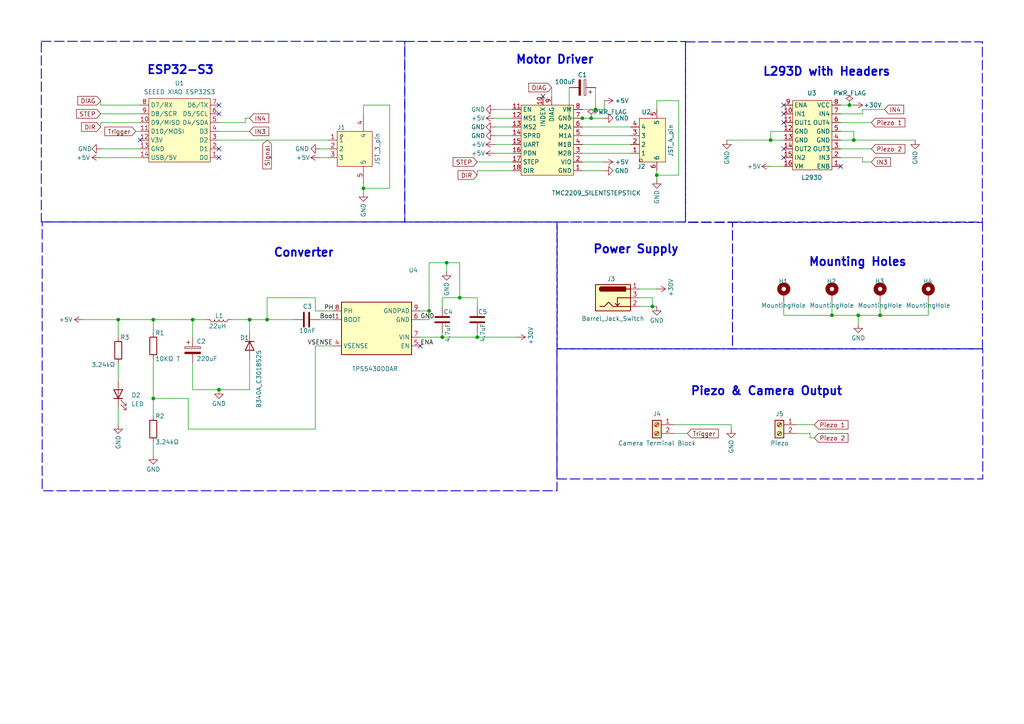
<source format=kicad_sch>
(kicad_sch (version 20231120) (generator "eeschema") (generator_version "8.0")
  (paper "A4")
  (lib_symbols
    (symbol "Connector:Barrel_Jack_Switch" (pin_names hide)
      (property "Reference" "J" (at 0 5.334 0))
      (property "Value" "Barrel_Jack_Switch" (at 0 -5.08 0))
      (symbol "Barrel_Jack_Switch_0_1"
        (rectangle (start -5.08 3.81) (end 5.08 -3.81) (stroke (width 0.254)) (fill (type background)))
        (arc (start -3.302 3.175) (mid -3.9343 2.54) (end -3.302 1.905) (stroke (width 0.254)))
        (arc (start -3.302 3.175) (mid -3.9343 2.54) (end -3.302 1.905) (stroke (width 0.254)) (fill (type outline)))
        (polyline (pts (xy 1.27 -2.286) (xy 1.905 -1.651)) (stroke (width 0.254)))
        (polyline (pts (xy 5.08 2.54) (xy 3.81 2.54)) (stroke (width 0.254)))
        (polyline (pts (xy 5.08 0) (xy 1.27 0) (xy 1.27 -2.286) (xy 0.635 -1.651)) (stroke (width 0.254)))
        (polyline (pts (xy -3.81 -2.54) (xy -2.54 -2.54) (xy -1.27 -1.27) (xy 0 -2.54) (xy 2.54 -2.54) (xy 5.08 -2.54)) (stroke (width 0.254)))
        (rectangle (start 3.683 3.175) (end -3.302 1.905) (stroke (width 0.254)) (fill (type outline)))
      )
      (symbol "Barrel_Jack_Switch_1_1"
        (pin passive line (at 7.62 2.54 180) (length 2.54) (name "~") (number "1"))
        (pin passive line (at 7.62 -2.54 180) (length 2.54) (name "~") (number "2"))
        (pin passive line (at 7.62 0 180) (length 2.54) (name "~") (number "3"))
      )
    )
    (symbol "Connector:Screw_Terminal_01x02" (pin_names (offset 1.016) hide)
      (property "Reference" "J" (at 0 2.54 0))
      (property "Value" "Screw_Terminal_01x02" (at 0 -5.08 0))
      (symbol "Screw_Terminal_01x02_1_1"
        (rectangle (start -1.27 1.27) (end 1.27 -3.81) (stroke (width 0.254)) (fill (type background)))
        (circle (center 0 -2.54) (radius 0.635) (stroke (width 0.1524)))
        (polyline (pts (xy -0.5334 -2.2098) (xy 0.3302 -3.048)) (stroke (width 0.1524)))
        (polyline (pts (xy -0.5334 0.3302) (xy 0.3302 -0.508)) (stroke (width 0.1524)))
        (polyline (pts (xy -0.3556 -2.032) (xy 0.508 -2.8702)) (stroke (width 0.1524)))
        (polyline (pts (xy -0.3556 0.508) (xy 0.508 -0.3302)) (stroke (width 0.1524)))
        (circle (center 0 0) (radius 0.635) (stroke (width 0.1524)))
        (pin passive line (at -5.08 0 0) (length 3.81) (name "Pin_1") (number "1"))
        (pin passive line (at -5.08 -2.54 0) (length 3.81) (name "Pin_2") (number "2"))
      )
    )
    (symbol "Device:C" (pin_numbers hide) (pin_names (offset 0.254))
      (property "Reference" "C" (at 0.635 2.54 0))
      (property "Value" "C" (at 0.635 -2.54 0))
      (symbol "C_0_1"
        (polyline (pts (xy -2.032 -0.762) (xy 2.032 -0.762)) (stroke (width 0.508)))
        (polyline (pts (xy -2.032 0.762) (xy 2.032 0.762)) (stroke (width 0.508)))
      )
      (symbol "C_1_1"
        (pin passive line (at 0 3.81 270) (length 2.794) (name "~") (number "1"))
        (pin passive line (at 0 -3.81 90) (length 2.794) (name "~") (number "2"))
      )
    )
    (symbol "Device:C_Polarized" (pin_numbers hide) (pin_names (offset 0.254))
      (property "Reference" "C" (at 0.635 2.54 0))
      (property "Value" "C_Polarized" (at 0.635 -2.54 0))
      (symbol "C_Polarized_0_1"
        (rectangle (start -2.286 0.508) (end 2.286 1.016))
        (polyline (pts (xy -1.778 2.286) (xy -0.762 2.286)))
        (polyline (pts (xy -1.27 2.794) (xy -1.27 1.778)))
        (rectangle (start 2.286 -0.508) (end -2.286 -1.016) (fill (type outline)))
      )
      (symbol "C_Polarized_1_1"
        (pin passive line (at 0 3.81 270) (length 2.794) (name "~") (number "1"))
        (pin passive line (at 0 -3.81 90) (length 2.794) (name "~") (number "2"))
      )
    )
    (symbol "Device:L" (pin_numbers hide) (pin_names (offset 1.016) hide)
      (property "Reference" "L" (at -1.27 0 90))
      (property "Value" "L" (at 1.905 0 90))
      (symbol "L_0_1"
        (arc (start 0 -2.54) (mid 0.6323 -1.905) (end 0 -1.27))
        (arc (start 0 -1.27) (mid 0.6323 -0.635) (end 0 0))
        (arc (start 0 0) (mid 0.6323 0.635) (end 0 1.27))
        (arc (start 0 1.27) (mid 0.6323 1.905) (end 0 2.54))
      )
      (symbol "L_1_1"
        (pin passive line (at 0 3.81 270) (length 1.27) (name "1") (number "1"))
        (pin passive line (at 0 -3.81 90) (length 1.27) (name "2") (number "2"))
      )
    )
    (symbol "Device:LED" (pin_numbers hide) (pin_names (offset 1.016) hide)
      (property "Reference" "D" (at 0 2.54 0))
      (property "Value" "LED" (at 0 -2.54 0))
      (symbol "LED_0_1"
        (polyline (pts (xy -1.27 -1.27) (xy -1.27 1.27)) (stroke (width 0.254)))
        (polyline (pts (xy -1.27 0) (xy 1.27 0)))
        (polyline (pts (xy 1.27 -1.27) (xy 1.27 1.27) (xy -1.27 0) (xy 1.27 -1.27)) (stroke (width 0.254)))
        (polyline (pts (xy -3.048 -0.762) (xy -4.572 -2.286) (xy -3.81 -2.286) (xy -4.572 -2.286) (xy -4.572 -1.524)))
        (polyline (pts (xy -1.778 -0.762) (xy -3.302 -2.286) (xy -2.54 -2.286) (xy -3.302 -2.286) (xy -3.302 -1.524)))
      )
      (symbol "LED_1_1"
        (pin passive line (at -3.81 0 0) (length 2.54) (name "K") (number "1"))
        (pin passive line (at 3.81 0 180) (length 2.54) (name "A") (number "2"))
      )
    )
    (symbol "Device:R" (pin_numbers hide) (pin_names (offset 0))
      (property "Reference" "R" (at 2.032 0 90))
      (property "Value" "R" (at 0 0 90))
      (symbol "R_0_1"
        (rectangle (start -1.016 -2.54) (end 1.016 2.54) (stroke (width 0.254)))
      )
      (symbol "R_1_1"
        (pin passive line (at 0 3.81 270) (length 1.27) (name "~") (number "1"))
        (pin passive line (at 0 -3.81 90) (length 1.27) (name "~") (number "2"))
      )
    )
    (symbol "Diode:1N4148WT" (pin_numbers hide) (pin_names hide)
      (property "Reference" "D" (at 0 2.54 0))
      (property "Value" "1N4148WT" (at 0 -2.54 0))
      (symbol "1N4148WT_0_1"
        (polyline (pts (xy -1.27 1.27) (xy -1.27 -1.27)) (stroke (width 0.254)))
        (polyline (pts (xy 1.27 0) (xy -1.27 0)))
        (polyline (pts (xy 1.27 1.27) (xy 1.27 -1.27) (xy -1.27 0) (xy 1.27 1.27)) (stroke (width 0.254)))
      )
      (symbol "1N4148WT_1_1"
        (pin passive line (at -3.81 0 0) (length 2.54) (name "K") (number "1"))
        (pin passive line (at 3.81 0 180) (length 2.54) (name "A") (number "2"))
      )
    )
    (symbol "DropGenPCB:DC-DC-TPS5430DDAR"
      (property "Reference" "U" (at 0 2.54 0))
      (property "Value" "TPS540DDAR" (at 9.525 1.905 0))
      (symbol "DC-DC-TPS5430DDAR_0_1"
        (rectangle (start 0 0) (end 20.32 -15.24) (stroke (width 0.254)) (fill (type background)))
      )
      (symbol "DC-DC-TPS5430DDAR_1_1"
        (pin input line (at 22.86 -5.08 180) (length 2.54) (name "BOOT") (number "1"))
        (pin no_connect line (at 22.86 -7.62 180) (length 2.54) hide (name "NC") (number "2"))
        (pin no_connect line (at 22.86 -10.16 180) (length 2.54) hide (name "NC") (number "3"))
        (pin input line (at 22.86 -12.7 180) (length 2.54) (name "VSENSE") (number "4"))
        (pin input line (at -2.54 -12.7 0) (length 2.54) (name "EN") (number "5"))
        (pin power_in line (at -2.54 -5.08 0) (length 2.54) (name "GND") (number "6"))
        (pin power_in line (at -2.54 -10.16 0) (length 2.54) (name "VIN") (number "7"))
        (pin output line (at 22.86 -2.54 180) (length 2.54) (name "PH") (number "8"))
        (pin power_in line (at -2.54 -2.54 0) (length 2.54) (name "GNDPAD") (number "9"))
      )
    )
    (symbol "DropGenPCB:ESP32S3"
      (property "Reference" "U" (at 0 2.54 0))
      (property "Value" "SEEED XIAO ESP32S3" (at 0 2.54 0))
      (symbol "ESP32S3_0_1"
        (rectangle (start 0 0) (end 17.78 -18.415) (fill (type background)))
      )
      (symbol "ESP32S3_1_1"
        (pin bidirectional line (at -2.54 -1.27 0) (length 2.54) (name "D0") (number "1"))
        (pin bidirectional line (at 20.32 -11.43 180) (length 2.54) (name "D9/MISO") (number "10"))
        (pin bidirectional line (at 20.32 -8.89 180) (length 2.54) (name "D10/MOSI") (number "11"))
        (pin power_out line (at 20.32 -6.35 180) (length 2.54) (name "V3V") (number "12"))
        (pin input line (at 20.32 -3.81 180) (length 2.54) (name "GND") (number "13"))
        (pin power_in line (at 20.32 -1.27 180) (length 2.54) (name "USB/5V") (number "14"))
        (pin bidirectional line (at -2.54 -3.81 0) (length 2.54) (name "D1") (number "2"))
        (pin bidirectional line (at -2.54 -6.35 0) (length 2.54) (name "D2") (number "3"))
        (pin bidirectional line (at -2.54 -8.89 0) (length 2.54) (name "D3") (number "4"))
        (pin bidirectional line (at -2.54 -11.43 0) (length 2.54) (name "D4/SDA") (number "5"))
        (pin bidirectional line (at -2.54 -13.97 0) (length 2.54) (name "D5/SCL") (number "6"))
        (pin bidirectional line (at -2.54 -16.51 0) (length 2.54) (name "D6/TX") (number "7"))
        (pin bidirectional line (at 20.32 -16.51 180) (length 2.54) (name "D7/RX") (number "8"))
        (pin bidirectional line (at 20.32 -13.97 180) (length 2.54) (name "D8/SCR") (number "9"))
      )
    )
    (symbol "DropGenPCB:L239D_with_Headers"
      (property "Reference" "U" (at 1.27 1.27 0))
      (property "Value" "L293D" (at 1.27 1.27 0))
      (symbol "L239D_with_Headers_0_1"
        (rectangle (start 0 0) (end 11.43 -20.066) (fill (type background)))
      )
      (symbol "L239D_with_Headers_1_1"
        (pin input line (at 13.97 -19.05 180) (length 2.54) (name "ENB") (number "1"))
        (pin input line (at -2.54 -3.81 0) (length 2.54) (name "IN1") (number "10"))
        (pin output line (at -2.54 -6.35 0) (length 2.54) (name "OUT1") (number "11"))
        (pin input line (at -2.54 -8.89 0) (length 2.54) (name "GND") (number "12"))
        (pin input line (at -2.54 -11.43 0) (length 2.54) (name "GND") (number "13"))
        (pin output line (at -2.54 -13.97 0) (length 2.54) (name "OUT2") (number "14"))
        (pin input line (at -2.54 -16.51 0) (length 2.54) (name "IN2") (number "15"))
        (pin power_out line (at -2.54 -19.05 0) (length 2.54) (name "VM") (number "16"))
        (pin input line (at 13.97 -16.51 180) (length 2.54) (name "IN3") (number "2"))
        (pin output line (at 13.97 -13.97 180) (length 2.54) (name "OUT3") (number "3"))
        (pin input line (at 13.97 -11.43 180) (length 2.54) (name "GND") (number "4"))
        (pin input line (at 13.97 -8.89 180) (length 2.54) (name "GND") (number "5"))
        (pin output line (at 13.97 -6.35 180) (length 2.54) (name "OUT4") (number "6"))
        (pin input line (at 13.97 -3.81 180) (length 2.54) (name "IN4") (number "7"))
        (pin power_in line (at 13.97 -1.27 180) (length 2.54) (name "VCC") (number "8"))
        (pin input line (at -2.54 -1.27 0) (length 2.54) (name "ENA") (number "9"))
      )
    )
    (symbol "DropGenPCB:TMC2209_Motordriver"
      (property "Reference" "U" (at 1.27 2.54 0))
      (property "Value" "TMC2209_SILENTSTEPSTICK" (at 8.89 -22.225 0))
      (symbol "TMC2209_Motordriver_0_1"
        (rectangle (start 0 -20.32) (end 15.24 0) (fill (type background)))
      )
      (symbol "TMC2209_Motordriver_1_1"
        (pin input line (at 17.78 -19.05 180) (length 2.54) (name "GND") (number "1"))
        (pin output line (at 6.35 2.54 270) (length 2.54) (name "INDEX") (number "10"))
        (pin input line (at -2.54 -1.27 0) (length 2.54) (name "EN") (number "11"))
        (pin input line (at -2.54 -3.81 0) (length 2.54) (name "MS1") (number "12"))
        (pin input line (at -2.54 -6.35 0) (length 2.54) (name "MS2") (number "13"))
        (pin input line (at -2.54 -8.89 0) (length 2.54) (name "SPRD") (number "14"))
        (pin input line (at -2.54 -11.43 0) (length 2.54) (name "UART") (number "15"))
        (pin input line (at -2.54 -13.97 0) (length 2.54) (name "PDN") (number "16"))
        (pin input line (at -2.54 -16.51 0) (length 2.54) (name "STEP") (number "17"))
        (pin input line (at -2.54 -19.05 0) (length 2.54) (name "DIR") (number "18"))
        (pin input line (at 17.78 -16.51 180) (length 2.54) (name "VIO") (number "2"))
        (pin output line (at 17.78 -13.97 180) (length 2.54) (name "M2B") (number "3"))
        (pin output line (at 17.78 -11.43 180) (length 2.54) (name "M1B") (number "4"))
        (pin output line (at 17.78 -8.89 180) (length 2.54) (name "M1A") (number "5"))
        (pin output line (at 17.78 -6.35 180) (length 2.54) (name "M2A") (number "6"))
        (pin input line (at 17.78 -3.81 180) (length 2.54) (name "GND") (number "7"))
        (pin power_in line (at 17.78 -1.27 180) (length 2.54) (name "VM") (number "8"))
        (pin output line (at 8.89 2.54 270) (length 2.54) (name "DIAG") (number "9"))
      )
    )
    (symbol "DropGenPCB:jst_3_pin"
      (property "Reference" "U" (at 1.27 1.27 0))
      (property "Value" "JST3" (at 13.335 -6.35 0))
      (symbol "jst_3_pin_0_1"
        (rectangle (start 0 0) (end 10.16 -10.16) (fill (type background)))
        (circle (center 1.27 -1.27) (radius 0.38))
      )
      (symbol "jst_3_pin_1_1"
        (pin input line (at -2.54 -2.54 0) (length 2.54) (name "1") (number "1"))
        (pin input line (at -2.54 -5.08 0) (length 2.54) (name "2") (number "2"))
        (pin input line (at -2.54 -7.62 0) (length 2.54) (name "3") (number "3"))
        (pin input line (at 7.62 5.08 270) (length 5.08) (name "4") (number "4"))
        (pin input line (at 7.62 -15.24 90) (length 5.08) (name "5") (number "5"))
      )
    )
    (symbol "DropGenPCB:jst_4_pin"
      (property "Reference" "U" (at 1.27 1.27 0))
      (property "Value" "JST_3" (at 0 -13.97 0))
      (symbol "jst_4_pin_0_1"
        (rectangle (start 0 0) (end 7.62 -12.7) (fill (type background)))
        (circle (center 0.51 -0.51) (radius 0.38))
      )
      (symbol "jst_4_pin_1_1"
        (pin input line (at -2.54 -2.54 0) (length 2.54) (name "1") (number "1"))
        (pin input line (at -2.54 -5.08 0) (length 2.54) (name "2") (number "2"))
        (pin input line (at -2.54 -7.62 0) (length 2.54) (name "3") (number "3"))
        (pin input line (at -2.54 -10.16 0) (length 2.54) (name "4") (number "4"))
        (pin input line (at 5.08 -15.24 90) (length 2.54) (name "5") (number "5"))
        (pin input line (at 5.08 2.54 270) (length 2.54) (name "6") (number "6"))
      )
    )
    (symbol "Mechanical:MountingHole_Pad" (pin_numbers hide) (pin_names (offset 1.016) hide) (exclude_from_sim yes) (in_bom no)
      (property "Reference" "H" (at 0 6.35 0))
      (property "Value" "MountingHole_Pad" (at 0 4.445 0))
      (symbol "MountingHole_Pad_0_1"
        (circle (center 0 1.27) (radius 1.27) (stroke (width 1.27)))
      )
      (symbol "MountingHole_Pad_1_1"
        (pin input line (at 0 -2.54 90) (length 2.54) (name "1") (number "1"))
      )
    )
    (symbol "power:+28V" (power) (pin_numbers hide) (pin_names (offset 0) hide)
      (property "Value" "+28V" (at 0 3.556 0))
      (symbol "+28V_0_1"
        (polyline (pts (xy -0.762 1.27) (xy 0 2.54)))
        (polyline (pts (xy 0 0) (xy 0 2.54)))
        (polyline (pts (xy 0 2.54) (xy 0.762 1.27)))
      )
      (symbol "+28V_1_1"
        (pin power_in line (at 0 0 90) (length 0) (name "~") (number "1"))
      )
    )
    (symbol "power:+5V" (power) (pin_numbers hide) (pin_names (offset 0) hide)
      (property "Value" "+5V" (at 0 3.556 0))
      (symbol "+5V_0_1"
        (polyline (pts (xy -0.762 1.27) (xy 0 2.54)))
        (polyline (pts (xy 0 0) (xy 0 2.54)))
        (polyline (pts (xy 0 2.54) (xy 0.762 1.27)))
      )
      (symbol "+5V_1_1"
        (pin power_in line (at 0 0 90) (length 0) (name "~") (number "1"))
      )
    )
    (symbol "power:GND" (power) (pin_numbers hide) (pin_names (offset 0) hide)
      (property "Value" "GND" (at 0 -3.81 0))
      (symbol "GND_0_1"
        (polyline (pts (xy 0 0) (xy 0 -1.27) (xy 1.27 -1.27) (xy 0 -2.54) (xy -1.27 -1.27) (xy 0 -1.27)))
      )
      (symbol "GND_1_1"
        (pin power_in line (at 0 0 270) (length 0) (name "~") (number "1"))
      )
    )
    (symbol "power:PWR_FLAG" (power) (pin_numbers hide) (pin_names (offset 0) hide)
      (property "Value" "PWR_FLAG" (at 0 3.81 0))
      (symbol "PWR_FLAG_0_0"
        (pin power_out line (at 0 0 90) (length 0) (name "~") (number "1"))
      )
      (symbol "PWR_FLAG_0_1"
        (polyline (pts (xy 0 0) (xy 0 1.27) (xy -1.016 1.905) (xy 0 2.54) (xy 1.016 1.905) (xy 0 1.27)))
      )
    )
  )
  (junction (at 133.35 86.36))
  (junction (at 246.38 30.48))
  (junction (at 63.5 113.03))
  (junction (at 77.47 92.71))
  (junction (at 255.27 91.44))
  (junction (at 128.27 97.79))
  (junction (at 190.5 50.8))
  (junction (at 247.65 40.64))
  (junction (at 189.23 88.9))
  (junction (at 55.88 92.71))
  (junction (at 44.45 92.71))
  (junction (at 248.92 91.44))
  (junction (at 129.54 76.2))
  (junction (at 168.91 34.29))
  (junction (at 138.43 97.79))
  (junction (at 223.52 40.64))
  (junction (at 171.45 34.29))
  (junction (at 34.29 92.71))
  (junction (at 44.45 115.57))
  (junction (at 241.3 91.44))
  (junction (at 105.41 54.61))
  (junction (at 124.46 90.17))
  (junction (at 172.72 31.75))
  (junction (at 72.39 92.71))
  (no_connect (at 63.5 43.18))
  (no_connect (at 227.33 33.02))
  (no_connect (at 157.48 27.94))
  (no_connect (at 63.5 45.72))
  (no_connect (at 227.33 43.18))
  (no_connect (at 63.5 33.02))
  (no_connect (at 227.33 35.56))
  (no_connect (at 63.5 30.48))
  (no_connect (at 121.92 100.33))
  (no_connect (at 227.33 30.48))
  (no_connect (at 243.84 48.26))
  (no_connect (at 227.33 45.72))
  (no_connect (at 40.64 40.64))
  (wire (pts (xy 63.5 40.64) (xy 95.25 40.64)))
  (wire (pts (xy 105.41 30.48) (xy 113.03 30.48)))
  (wire (pts (xy 77.47 92.71) (xy 85.09 92.71)))
  (wire (pts (xy 248.92 91.44) (xy 255.27 91.44)))
  (wire (pts (xy 54.61 115.57) (xy 54.61 124.46)))
  (wire (pts (xy 231.14 125.73) (xy 234.95 125.73)))
  (wire (pts (xy 92.71 45.72) (xy 95.25 45.72)))
  (wire (pts (xy 121.92 90.17) (xy 124.46 90.17)))
  (wire (pts (xy 250.19 45.72) (xy 250.19 46.99)))
  (wire (pts (xy 24.13 92.71) (xy 34.29 92.71)))
  (wire (pts (xy 91.44 90.17) (xy 91.44 86.36)))
  (wire (pts (xy 121.92 97.79) (xy 128.27 97.79)))
  (wire (pts (xy 121.92 92.71) (xy 124.46 92.71)))
  (wire (pts (xy 44.45 96.52) (xy 44.45 92.71)))
  (wire (pts (xy 91.44 86.36) (xy 77.47 86.36)))
  (wire (pts (xy 138.43 97.79) (xy 149.86 97.79)))
  (wire (pts (xy 34.29 118.11) (xy 34.29 123.19)))
  (wire (pts (xy 34.29 105.41) (xy 34.29 110.49)))
  (wire (pts (xy 55.88 92.71) (xy 59.69 92.71)))
  (wire (pts (xy 113.03 54.61) (xy 105.41 54.61)))
  (wire (pts (xy 124.46 76.2) (xy 129.54 76.2)))
  (wire (pts (xy 190.5 29.21) (xy 190.5 31.75)))
  (wire (pts (xy 172.72 31.75) (xy 175.26 31.75)))
  (wire (pts (xy 34.29 92.71) (xy 34.29 97.79)))
  (wire (pts (xy 92.71 43.18) (xy 95.25 43.18)))
  (wire (pts (xy 129.54 78.74) (xy 129.54 76.2)))
  (wire (pts (xy 29.21 33.02) (xy 40.64 33.02)))
  (wire (pts (xy 148.59 39.37) (xy 143.51 39.37)))
  (wire (pts (xy 165.1 34.29) (xy 165.1 25.4)))
  (wire (pts (xy 243.84 30.48) (xy 246.38 30.48)))
  (wire (pts (xy 250.19 31.75) (xy 256.54 31.75)))
  (wire (pts (xy 227.33 87.63) (xy 227.33 91.44)))
  (wire (pts (xy 113.03 30.48) (xy 113.03 54.61)))
  (wire (pts (xy 243.84 33.02) (xy 250.19 33.02)))
  (wire (pts (xy 182.88 36.83) (xy 168.91 36.83)))
  (wire (pts (xy 34.29 92.71) (xy 44.45 92.71)))
  (wire (pts (xy 148.59 36.83) (xy 143.51 36.83)))
  (wire (pts (xy 223.52 38.1) (xy 227.33 38.1)))
  (wire (pts (xy 182.88 39.37) (xy 168.91 39.37)))
  (wire (pts (xy 182.88 41.91) (xy 168.91 41.91)))
  (wire (pts (xy 40.64 30.48) (xy 29.21 30.48)))
  (wire (pts (xy 55.88 92.71) (xy 55.88 97.79)))
  (wire (pts (xy 128.27 97.79) (xy 138.43 97.79)))
  (wire (pts (xy 29.21 30.48) (xy 29.21 29.21)))
  (wire (pts (xy 234.95 127) (xy 236.22 127)))
  (wire (pts (xy 243.84 43.18) (xy 252.73 43.18)))
  (wire (pts (xy 72.39 96.52) (xy 72.39 92.71)))
  (wire (pts (xy 190.5 49.53) (xy 190.5 50.8)))
  (wire (pts (xy 248.92 93.98) (xy 248.92 91.44)))
  (wire (pts (xy 195.58 125.73) (xy 199.39 125.73)))
  (wire (pts (xy 63.5 35.56) (xy 71.12 35.56)))
  (wire (pts (xy 133.35 76.2) (xy 133.35 86.36)))
  (wire (pts (xy 67.31 92.71) (xy 72.39 92.71)))
  (wire (pts (xy 148.59 46.99) (xy 138.43 46.99)))
  (wire (pts (xy 168.91 34.29) (xy 165.1 34.29)))
  (wire (pts (xy 195.58 123.19) (xy 212.09 123.19)))
  (wire (pts (xy 175.26 46.99) (xy 168.91 46.99)))
  (wire (pts (xy 91.44 100.33) (xy 96.52 100.33)))
  (wire (pts (xy 133.35 86.36) (xy 138.43 86.36)))
  (wire (pts (xy 196.85 50.8) (xy 190.5 50.8)))
  (wire (pts (xy 71.12 34.29) (xy 72.39 34.29)))
  (wire (pts (xy 29.21 45.72) (xy 40.64 45.72)))
  (wire (pts (xy 72.39 92.71) (xy 77.47 92.71)))
  (wire (pts (xy 210.82 40.64) (xy 223.52 40.64)))
  (wire (pts (xy 128.27 88.9) (xy 128.27 86.36)))
  (wire (pts (xy 148.59 34.29) (xy 143.51 34.29)))
  (wire (pts (xy 138.43 49.53) (xy 138.43 50.8)))
  (wire (pts (xy 172.72 25.4) (xy 172.72 31.75)))
  (wire (pts (xy 269.24 91.44) (xy 269.24 87.63)))
  (wire (pts (xy 138.43 86.36) (xy 138.43 88.9)))
  (wire (pts (xy 105.41 30.48) (xy 105.41 33.02)))
  (wire (pts (xy 91.44 100.33) (xy 91.44 124.46)))
  (wire (pts (xy 175.26 34.29) (xy 171.45 34.29)))
  (wire (pts (xy 44.45 104.14) (xy 44.45 115.57)))
  (wire (pts (xy 241.3 91.44) (xy 248.92 91.44)))
  (wire (pts (xy 250.19 46.99) (xy 252.73 46.99)))
  (wire (pts (xy 128.27 96.52) (xy 128.27 97.79)))
  (wire (pts (xy 168.91 31.75) (xy 172.72 31.75)))
  (wire (pts (xy 63.5 113.03) (xy 72.39 113.03)))
  (wire (pts (xy 243.84 35.56) (xy 252.73 35.56)))
  (wire (pts (xy 190.5 88.9) (xy 189.23 88.9)))
  (wire (pts (xy 44.45 92.71) (xy 55.88 92.71)))
  (wire (pts (xy 148.59 49.53) (xy 138.43 49.53)))
  (wire (pts (xy 148.59 44.45) (xy 143.51 44.45)))
  (wire (pts (xy 250.19 33.02) (xy 250.19 31.75)))
  (wire (pts (xy 243.84 38.1) (xy 247.65 38.1)))
  (wire (pts (xy 196.85 29.21) (xy 196.85 50.8)))
  (wire (pts (xy 241.3 87.63) (xy 241.3 91.44)))
  (wire (pts (xy 63.5 38.1) (xy 72.39 38.1)))
  (wire (pts (xy 247.65 38.1) (xy 247.65 40.64)))
  (wire (pts (xy 223.52 38.1) (xy 223.52 40.64)))
  (wire (pts (xy 185.42 86.36) (xy 189.23 86.36)))
  (wire (pts (xy 212.09 123.19) (xy 212.09 124.46)))
  (wire (pts (xy 148.59 31.75) (xy 143.51 31.75)))
  (wire (pts (xy 171.45 34.29) (xy 168.91 34.29)))
  (wire (pts (xy 71.12 35.56) (xy 71.12 34.29)))
  (wire (pts (xy 185.42 83.82) (xy 190.5 83.82)))
  (wire (pts (xy 246.38 30.48) (xy 247.65 30.48)))
  (wire (pts (xy 243.84 45.72) (xy 250.19 45.72)))
  (wire (pts (xy 148.59 41.91) (xy 143.51 41.91)))
  (wire (pts (xy 234.95 125.73) (xy 234.95 127)))
  (wire (pts (xy 189.23 88.9) (xy 185.42 88.9)))
  (wire (pts (xy 189.23 86.36) (xy 189.23 88.9)))
  (wire (pts (xy 29.21 35.56) (xy 29.21 36.83)))
  (wire (pts (xy 255.27 87.63) (xy 255.27 91.44)))
  (wire (pts (xy 29.21 43.18) (xy 40.64 43.18)))
  (wire (pts (xy 105.41 53.34) (xy 105.41 54.61)))
  (wire (pts (xy 77.47 86.36) (xy 77.47 92.71)))
  (wire (pts (xy 231.14 123.19) (xy 236.22 123.19)))
  (wire (pts (xy 40.64 38.1) (xy 39.37 38.1)))
  (wire (pts (xy 55.88 113.03) (xy 63.5 113.03)))
  (wire (pts (xy 55.88 105.41) (xy 55.88 113.03)))
  (wire (pts (xy 29.21 35.56) (xy 40.64 35.56)))
  (wire (pts (xy 223.52 40.64) (xy 227.33 40.64)))
  (wire (pts (xy 243.84 40.64) (xy 247.65 40.64)))
  (wire (pts (xy 54.61 124.46) (xy 91.44 124.46)))
  (wire (pts (xy 44.45 128.27) (xy 44.45 132.08)))
  (wire (pts (xy 44.45 115.57) (xy 44.45 120.65)))
  (wire (pts (xy 223.52 48.26) (xy 227.33 48.26)))
  (wire (pts (xy 138.43 96.52) (xy 138.43 97.79)))
  (wire (pts (xy 105.41 54.61) (xy 105.41 55.88)))
  (wire (pts (xy 175.26 29.21) (xy 175.26 31.75)))
  (wire (pts (xy 247.65 40.64) (xy 265.43 40.64)))
  (wire (pts (xy 190.5 50.8) (xy 190.5 52.07)))
  (wire (pts (xy 124.46 76.2) (xy 124.46 90.17)))
  (wire (pts (xy 128.27 86.36) (xy 133.35 86.36)))
  (wire (pts (xy 175.26 49.53) (xy 168.91 49.53)))
  (wire (pts (xy 182.88 44.45) (xy 168.91 44.45)))
  (wire (pts (xy 92.71 92.71) (xy 96.52 92.71)))
  (wire (pts (xy 91.44 90.17) (xy 96.52 90.17)))
  (wire (pts (xy 227.33 91.44) (xy 241.3 91.44)))
  (wire (pts (xy 129.54 76.2) (xy 133.35 76.2)))
  (wire (pts (xy 44.45 115.57) (xy 54.61 115.57)))
  (wire (pts (xy 72.39 113.03) (xy 72.39 104.14)))
  (wire (pts (xy 124.46 92.71) (xy 124.46 90.17)))
  (wire (pts (xy 190.5 29.21) (xy 196.85 29.21)))
  (wire (pts (xy 255.27 91.44) (xy 269.24 91.44)))
  (wire (pts (xy 160.02 25.4) (xy 160.02 27.94)))
  (rectangle (start 11.9876 11.9876) (end 117.3926 64.3604) (stroke (width 0.254) (type dash)))
  (rectangle (start 161.5227 101.1712) (end 285.038 138.9102) (stroke (width 0.254) (type dash)))
  (rectangle (start 117.3926 12.0224) (end 198.8103 64.3952) (stroke (width 0.254) (type dash)))
  (rectangle (start 161.6004 64.3981) (end 212.4369 101.1686) (stroke (width 0.254) (type dash)))
  (rectangle (start 212.4369 64.4007) (end 284.9665 101.1712) (stroke (width 0.254) (type dash)))
  (rectangle (start 12.2382 64.3604) (end 161.5432 142.3383) (stroke (width 0.254) (type dash)))
  (rectangle (start 198.8103 12.1394) (end 284.9275 64.5122) (stroke (width 0.254) (type dash)))
  (text "Mounting Holes" (at 234.442 74.676 0) (effects (font (size 2.413 2.413) (thickness 0.4826) (bold yes)) (justify left top)))
  (text "ESP32-S3" (at 42.4915 18.9962 0) (effects (font (size 2.413 2.413) (thickness 0.4826) (bold yes)) (justify left top)))
  (text "Converter" (at 79.2272 71.9856 0) (effects (font (size 2.413 2.413) (thickness 0.4826) (bold yes)) (justify left top)))
  (text "Motor Driver" (at 149.4701 15.9968 0) (effects (font (size 2.413 2.413) (thickness 0.4826) (bold yes)) (justify left top)))
  (text "Piezo & Camera Output" (at 200.1758 112.1263 0) (effects (font (size 2.413 2.413) (thickness 0.4826) (bold yes)) (justify left top)))
  (text "L293D with Headers" (at 221.1178 19.4961 0) (effects (font (size 2.413 2.413) (thickness 0.4826) (bold yes)) (justify left top)))
  (text "Power Supply" (at 171.8846 70.9858 0) (effects (font (size 2.413 2.413) (thickness 0.4826) (bold yes)) (justify left top)))
  (label "Boot" (at 92.71 92.71 0))
  (label "GND" (at 121.92 92.71 0))
  (label "VSENSE" (at 96.52 100.33 180))
  (label "ENA" (at 121.92 100.33 0))
  (label "PH" (at 93.98 90.17 0))
  (global_label "DIAG" (shape input) (at 160.02 25.4 180) (property "Intersheetrefs" "${INTERSHEET_REFS}" (effects (hide yes))))
  (global_label "Piezo 1" (shape input) (at 236.22 123.19 0) (property "Intersheetrefs" "${INTERSHEET_REFS}" (effects (hide yes))))
  (global_label "Signal" (shape input) (at 77.47 40.64 270) (property "Intersheetrefs" "${INTERSHEET_REFS}" (effects (hide yes))))
  (global_label "IN3" (shape input) (at 72.39 38.1 0) (property "Intersheetrefs" "${INTERSHEET_REFS}" (effects (hide yes))))
  (global_label "STEP" (shape input) (at 138.43 46.99 180) (property "Intersheetrefs" "${INTERSHEET_REFS}" (effects (hide yes))))
  (global_label "IN4" (shape input) (at 256.54 31.75 0) (property "Intersheetrefs" "${INTERSHEET_REFS}" (effects (hide yes))))
  (global_label "DIAG" (shape input) (at 29.21 29.21 180) (property "Intersheetrefs" "${INTERSHEET_REFS}" (effects (hide yes))))
  (global_label "Piezo 1" (shape input) (at 252.73 35.56 0) (property "Intersheetrefs" "${INTERSHEET_REFS}" (effects (hide yes))))
  (global_label "DIR" (shape input) (at 29.21 36.83 180) (property "Intersheetrefs" "${INTERSHEET_REFS}" (effects (hide yes))))
  (global_label "IN3" (shape input) (at 252.73 46.99 0) (property "Intersheetrefs" "${INTERSHEET_REFS}" (effects (hide yes))))
  (global_label "Trigger" (shape input) (at 199.39 125.73 0) (property "Intersheetrefs" "${INTERSHEET_REFS}" (effects (hide yes))))
  (global_label "Piezo 2" (shape input) (at 236.22 127 0) (property "Intersheetrefs" "${INTERSHEET_REFS}" (effects (hide yes))))
  (global_label "Piezo 2" (shape input) (at 252.73 43.18 0) (property "Intersheetrefs" "${INTERSHEET_REFS}" (effects (hide yes))))
  (global_label "DIR" (shape input) (at 138.43 50.8 180) (property "Intersheetrefs" "${INTERSHEET_REFS}" (effects (hide yes))))
  (global_label "IN4" (shape input) (at 72.39 34.29 0) (property "Intersheetrefs" "${INTERSHEET_REFS}" (effects (hide yes))))
  (global_label "STEP" (shape input) (at 29.21 33.02 180) (property "Intersheetrefs" "${INTERSHEET_REFS}" (effects (hide yes))))
  (global_label "Trigger" (shape input) (at 39.37 38.1 180) (property "Intersheetrefs" "${INTERSHEET_REFS}" (effects (hide yes))))
  (symbol (lib_id "power:+28V") (at 247.65 30.48 270) (unit 1)
    (property "Reference" "#PWR010" (effects (hide yes)))
    (property "Value" "+30V" (at 250.444 30.48 90) (effects (justify left)))
    (property "Description" "Power symbol creates a global label with name \"+28V\"" (effects (hide yes)))
  )
  (symbol (lib_id "power:GND") (at 190.5 52.07 0) (unit 1)
    (property "Reference" "#PWR029" (effects (hide yes)))
    (property "Value" "GND" (at 190.5 55.118 90) (effects (justify right)))
    (property "Description" "Power symbol creates a global label with name \"GND\" , ground" (effects (hide yes)))
  )
  (symbol (lib_id "Connector:Screw_Terminal_01x02") (at 190.5 123.19 0) (mirror y) (unit 1)
    (property "Reference" "J4" (at 190.555 120.0443 0))
    (property "Value" "Camera Terminal Block" (at 190.555 128.5426 0))
    (property "Footprint" "DropGeneratorPCB:terminal_block" (effects (hide yes)))
    (property "Datasheet" "https://www.lcsc.com/datasheet/lcsc_datasheet_2304140030_Ningbo-Xinlaiya-Elec--XY115A-5-0-2P_C784935.pdf" (effects (hide yes)))
    (property "Description" " 2.5 5mm 12~28 1x2P 15A 2P 300V Gray 2 1 Plugin,P=5mm Spring Clamp System Terminal Block ROHS" (effects (hide yes)))
    (property "Manufac. Part" "XY115A-5.0-2P" (effects (hide yes)))
    (property "LCSC" "C784935" (effects (hide yes)))
  )
  (symbol (lib_id "DropGenPCB:DC-DC-TPS5430DDAR") (at 119.38 87.63 0) (mirror y) (unit 1)
    (property "Reference" "U4" (at 119.8811 78.3628 0))
    (property "Value" "TPS5430DDAR" (at 108.7594 106.9786 0))
    (property "Footprint" "Package_SO:TI_SO-PowerPAD-8_ThermalVias" (effects (hide yes)))
    (property "Datasheet" "http://www.ti.com/lit/ds/symlink/tps5430.pdf" (effects (hide yes)))
    (property "Description" "3A, Step Down Swift Converter, Adjustable Output Voltage, 5.5-36V Input Voltage, PowerSO-8" (effects (hide yes)))
    (property "Manufac. Part" "TPS5430DDAR" (effects (hide yes)))
    (property "LCSC" "C9864" (effects (hide yes)))
  )
  (symbol (lib_id "power:GND") (at 190.5 88.9 0) (unit 1)
    (property "Reference" "#PWR020" (effects (hide yes)))
    (property "Value" "GND" (at 190.5 92.964 0))
    (property "Description" "Power symbol creates a global label with name \"GND\" , ground" (effects (hide yes)))
  )
  (symbol (lib_id "Device:C") (at 128.27 92.71 0) (unit 1)
    (property "Reference" "C4" (at 129.9873 90.4686 0))
    (property "Value" "4.7uF" (at 129.893 96.5079 90))
    (property "Footprint" "Capacitor_SMD:C_1210_3225Metric" (effects (hide yes)))
    (property "Datasheet" "https://www.lcsc.com/datasheet/lcsc_datasheet_2308151448_Samwha-Capacitor-CS3225X7R106K500NRL_C2918502.pdf" (effects (hide yes)))
    (property "Description" "Unpolarized capacitor" (effects (hide yes)))
    (property "Manufac. Part" "CS3225X7R106K500NRL" (effects (hide yes)))
    (property "LCSC" "C2918502" (effects (hide yes)))
  )
  (symbol (lib_id "power:GND") (at 29.21 43.18 270) (unit 1)
    (property "Reference" "#PWR019" (effects (hide yes)))
    (property "Value" "GND" (at 24.638 43.18 90))
    (property "Description" "Power symbol creates a global label with name \"GND\" , ground" (effects (hide yes)))
  )
  (symbol (lib_id "power:+5V") (at 143.51 34.29 90) (mirror x) (unit 1)
    (property "Reference" "#PWR013" (effects (hide yes)))
    (property "Value" "+5V" (at 140.716 34.29 90) (effects (justify left)))
    (property "Description" "Power symbol creates a global label with name \"+5V\"" (effects (hide yes)))
  )
  (symbol (lib_id "power:GND") (at 129.54 78.74 0) (mirror y) (unit 1)
    (property "Reference" "#PWR03" (effects (hide yes)))
    (property "Value" "GND" (at 129.54 81.788 90) (effects (justify right)))
    (property "Description" "Power symbol creates a global label with name \"GND\" , ground" (effects (hide yes)))
  )
  (symbol (lib_id "Device:LED") (at 34.29 114.3 90) (unit 1)
    (property "Reference" "D2" (at 38.1 114.6174 90) (effects (justify right)))
    (property "Value" "LED" (at 38.1 117.1574 90) (effects (justify right)))
    (property "Footprint" "LED_SMD:LED_0603_1608Metric" (effects (hide yes)))
    (property "Datasheet" "https://wmsc.lcsc.com/wmsc/upload/file/pdf/v2/lcsc/1810231112_Hubei-KENTO-Elec-KT-0603R_C2286.pdf" (effects (hide yes)))
    (property "Description" "Light emitting diode" (effects (hide yes)))
    (property "Manufac. Part" "KT-0603R" (effects (hide yes)))
    (property "LCSC" "C2286" (effects (hide yes)))
  )
  (symbol (lib_id "Mechanical:MountingHole_Pad") (at 255.27 85.09 0) (unit 1) (exclude_from_sim yes) (in_bom no)
    (property "Reference" "H3" (at 253.7461 81.5919 0) (effects (justify left)))
    (property "Value" "MountingHole" (at 248.7471 88.5905 0) (effects (justify left)))
    (property "Footprint" "MountingHole:MountingHole_3.2mm_M3_DIN965_Pad" (effects (hide yes)))
    (property "Description" "Mounting Hole with connection" (effects (hide yes)))
  )
  (symbol (lib_id "DropGenPCB:jst_4_pin") (at 185.42 46.99 0) (mirror x) (unit 1)
    (property "Reference" "J2" (at 186.0263 48.2866 0))
    (property "Value" "JST_4_pin" (at 194.5246 40.7881 90))
    (property "Footprint" "DropGeneratorPCB:4_pin_jst" (effects (hide yes)))
    (property "Datasheet" "https://www.lcsc.com/datasheet/lcsc_datasheet_2304140030_JST-S4B-XH-SM4-TB-LF-SN_C161861.pdf" (effects (hide yes)))
    (property "Description" "Generic screw terminal, single row, 01x04, script generated (kicad-library-utils/schlib/autogen/connector/)" (effects (hide yes)))
    (property "Manufac. Part" "S4B-XH-SM4-TB(LF)(SN)" (effects (hide yes)))
    (property "LCSC" "C161861" (effects (hide yes)))
  )
  (symbol (lib_id "DropGenPCB:L239D_with_Headers") (at 229.87 29.21 0) (unit 1)
    (property "Reference" "U3" (at 235.4529 26.9946 0))
    (property "Value" "L293D" (at 235.4529 51.4897 0))
    (property "Footprint" "DropGeneratorPCB:L293D" (effects (hide yes)))
    (property "Datasheet" "https://www.lcsc.com/datasheet/lcsc_datasheet_1912111437_HGSEMI-L293DN_C434590.pdf" (effects (hide yes)))
    (property "Manufac. Part" "L293DN" (effects (hide yes)))
    (property "LCSC" "C434590" (effects (hide yes)))
  )
  (symbol (lib_id "power:+5V") (at 175.26 46.99 270) (mirror x) (unit 1)
    (property "Reference" "#PWR06" (effects (hide yes)))
    (property "Value" "+5V" (at 178.308 46.99 90) (effects (justify left)))
    (property "Description" "Power symbol creates a global label with name \"+5V\"" (effects (hide yes)))
  )
  (symbol (lib_id "power:GND") (at 63.5 113.03 0) (unit 1)
    (property "Reference" "#PWR05" (effects (hide yes)))
    (property "Value" "GND" (at 63.5 117.094 0))
    (property "Description" "Power symbol creates a global label with name \"GND\" , ground" (effects (hide yes)))
  )
  (symbol (lib_id "Device:C") (at 88.9 92.71 90) (unit 1)
    (property "Reference" "C3" (at 89.1575 88.9012 90))
    (property "Value" "10nF" (at 89.1575 95.8998 90))
    (property "Footprint" "Capacitor_SMD:C_0805_2012Metric" (effects (hide yes)))
    (property "Datasheet" "https://www.lcsc.com/datasheet/lcsc_datasheet_2304140030_Kyocera-AVX-08055C103KAT2A_C128911.pdf" (effects (hide yes)))
    (property "Description" "Unpolarized capacitor" (effects (hide yes)))
    (property "Manufac. Part" "08055C103KAT2A" (effects (hide yes)))
    (property "LCSC" "C128911" (effects (hide yes)))
  )
  (symbol (lib_id "power:+5V") (at 175.26 29.21 270) (mirror x) (unit 1)
    (property "Reference" "#PWR01" (effects (hide yes)))
    (property "Value" "+5V" (at 178.308 29.21 90) (effects (justify left)))
    (property "Description" "Power symbol creates a global label with name \"+5V\"" (effects (hide yes)))
  )
  (symbol (lib_id "power:GND") (at 143.51 39.37 270) (mirror x) (unit 1)
    (property "Reference" "#PWR016" (effects (hide yes)))
    (property "Value" "GND" (at 140.716 39.37 90) (effects (justify right)))
    (property "Description" "Power symbol creates a global label with name \"GND\" , ground" (effects (hide yes)))
  )
  (symbol (lib_id "Device:C_Polarized") (at 168.91 25.4 270) (mirror x) (unit 1)
    (property "Reference" "C1" (at 168.9215 21.7254 90))
    (property "Value" "100uF" (at 163.9225 23.725 90))
    (property "Footprint" "Capacitor_SMD:C_Elec_6.3x7.7" (effects (hide yes)))
    (property "Datasheet" "https://www.lcsc.com/datasheet/lcsc_datasheet_2304140030_ROQANG-RVT1V101M0607_C72478.pdf" (effects (hide yes)))
    (property "Description" "Polarized capacitor" (effects (hide yes)))
    (property "Manufac. Part" "RVT1V101M0607" (effects (hide yes)))
    (property "LCSC" "C72478" (effects (hide yes)))
  )
  (symbol (lib_id "power:GND") (at 34.29 123.19 0) (mirror y) (unit 1)
    (property "Reference" "#PWR027" (effects (hide yes)))
    (property "Value" "GND" (at 34.29 126.238 90) (effects (justify right)))
    (property "Description" "Power symbol creates a global label with name \"GND\" , ground" (effects (hide yes)))
  )
  (symbol (lib_id "power:+5V") (at 143.51 44.45 90) (mirror x) (unit 1)
    (property "Reference" "#PWR022" (effects (hide yes)))
    (property "Value" "+5V" (at 140.716 44.45 90) (effects (justify left)))
    (property "Description" "Power symbol creates a global label with name \"+5V\"" (effects (hide yes)))
  )
  (symbol (lib_id "power:GND") (at 92.71 43.18 270) (unit 1)
    (property "Reference" "#PWR09" (effects (hide yes)))
    (property "Value" "GND" (at 89.662 43.18 90) (effects (justify right)))
    (property "Description" "Power symbol creates a global label with name \"GND\" , ground" (effects (hide yes)))
  )
  (symbol (lib_id "power:+28V") (at 92.71 45.72 90) (unit 1)
    (property "Reference" "#PWR08" (effects (hide yes)))
    (property "Value" "+5V" (at 89.916 45.72 90) (effects (justify left)))
    (property "Description" "Power symbol creates a global label with name \"+28V\"" (effects (hide yes)))
  )
  (symbol (lib_id "power:GND") (at 143.51 36.83 270) (mirror x) (unit 1)
    (property "Reference" "#PWR015" (effects (hide yes)))
    (property "Value" "GND" (at 140.716 36.83 90) (effects (justify right)))
    (property "Description" "Power symbol creates a global label with name \"GND\" , ground" (effects (hide yes)))
  )
  (symbol (lib_id "DropGenPCB:ESP32S3") (at 60.96 46.99 180) (unit 1)
    (property "Reference" "U1" (at 52.07 24.13 0))
    (property "Value" "SEEED XIAO ESP32S3" (at 52.07 26.67 0))
    (property "Footprint" "DropGeneratorPCB:ESP32S3" (effects (hide yes)))
    (property "Manufac. Part" "113991114" (effects (hide yes)))
  )
  (symbol (lib_id "Device:L") (at 63.5 92.71 270) (unit 1)
    (property "Reference" "L1" (at 63.5816 91.5899 90))
    (property "Value" "22uH " (at 63.5816 94.5893 90))
    (property "Footprint" "Inductor_SMD:L_Vishay_IHLP-4040" (effects (hide yes)))
    (property "Datasheet" "https://www.lcsc.com/datasheet/lcsc_datasheet_2205121730_Vishay-Intertech-IHLP4040DZER220M11_C845072.pdf" (effects (hide yes)))
    (property "Description" "Inductor" (effects (hide yes)))
    (property "Manufac. Part" "IHLP4040DZER220M11" (effects (hide yes)))
    (property "LCSC" "C845072" (effects (hide yes)))
  )
  (symbol (lib_id "Mechanical:MountingHole_Pad") (at 241.3 85.09 0) (unit 1) (exclude_from_sim yes) (in_bom no)
    (property "Reference" "H2" (at 239.7761 81.5919 0) (effects (justify left)))
    (property "Value" "MountingHole" (at 234.7771 88.5905 0) (effects (justify left)))
    (property "Footprint" "MountingHole:MountingHole_3.2mm_M3_DIN965_Pad" (effects (hide yes)))
    (property "Description" "Mounting Hole with connection" (effects (hide yes)))
  )
  (symbol (lib_id "power:+5V") (at 223.52 48.26 90) (mirror x) (unit 1)
    (property "Reference" "#PWR025" (effects (hide yes)))
    (property "Value" "+5V" (at 220.726 48.26 90) (effects (justify left)))
    (property "Description" "Power symbol creates a global label with name \"+5V\"" (effects (hide yes)))
  )
  (symbol (lib_id "power:PWR_FLAG") (at 246.38 30.48 0) (unit 1)
    (property "Reference" "#FLG03" (effects (hide yes)))
    (property "Value" "PWR_FLAG" (at 246.4507 26.9946 0))
    (property "Description" "Special symbol for telling ERC where power comes from" (effects (hide yes)))
  )
  (symbol (lib_id "power:GND") (at 175.26 34.29 90) (mirror x) (unit 1)
    (property "Reference" "#PWR04" (effects (hide yes)))
    (property "Value" "GND" (at 178.308 34.29 90) (effects (justify right)))
    (property "Description" "Power symbol creates a global label with name \"GND\" , ground" (effects (hide yes)))
  )
  (symbol (lib_id "Device:C_Polarized") (at 55.88 101.6 0) (unit 1)
    (property "Reference" "C2" (at 57.0019 99.0346 0) (effects (justify left)))
    (property "Value" "220uF" (at 57.0019 104.0336 0) (effects (justify left)))
    (property "Footprint" "Capacitor_Tantalum_SMD:CP_EIA-6032-15_Kemet-U" (effects (hide yes)))
    (property "Datasheet" "https://www.lcsc.com/datasheet/lcsc_datasheet_2304140030_Kyocera-AVX-TPSC107K010R0100_C183034.pdf" (effects (hide yes)))
    (property "Description" "Polarized capacitor" (effects (hide yes)))
    (property "Manufac. Part" "TPSC107K010R0100" (effects (hide yes)))
    (property "LCSC" "C183034" (effects (hide yes)))
  )
  (symbol (lib_id "power:GND") (at 44.45 132.08 0) (unit 1)
    (property "Reference" "#PWR026" (effects (hide yes)))
    (property "Value" "GND" (at 44.45 136.144 0))
    (property "Description" "Power symbol creates a global label with name \"GND\" , ground" (effects (hide yes)))
  )
  (symbol (lib_id "power:GND") (at 143.51 31.75 270) (mirror x) (unit 1)
    (property "Reference" "#PWR012" (effects (hide yes)))
    (property "Value" "GND" (at 140.716 31.75 90) (effects (justify right)))
    (property "Description" "Power symbol creates a global label with name \"GND\" , ground" (effects (hide yes)))
  )
  (symbol (lib_id "power:GND") (at 175.26 49.53 90) (mirror x) (unit 1)
    (property "Reference" "#PWR07" (effects (hide yes)))
    (property "Value" "GND" (at 178.308 49.53 90) (effects (justify right)))
    (property "Description" "Power symbol creates a global label with name \"GND\" , ground" (effects (hide yes)))
  )
  (symbol (lib_id "DropGenPCB:TMC2209_Motordriver") (at 151.13 30.48 0) (unit 1)
    (property "Reference" "U2" (at 187.4625 32.4935 0))
    (property "Value" "TMC2209_SILENTSTEPSTICK" (at 172.9654 55.9888 0))
    (property "Footprint" "DropGeneratorPCB:MC2209 numbers" (effects (hide yes)))
    (property "Manufac. Part" "787794452214" (effects (hide yes)))
  )
  (symbol (lib_id "Diode:1N4148WT") (at 72.39 100.33 270) (unit 1)
    (property "Reference" "D1" (at 69.5804 97.9671 90) (effects (justify left)))
    (property "Value" "B340A_C3018525" (at 75.0793 101.4664 0) (effects (justify left)))
    (property "Footprint" "Diode_SMD:D_SMC" (effects (hide yes)))
    (property "Datasheet" "https://www.lcsc.com/datasheet/lcsc_datasheet_2304140030_Diodes-Incorporated-B560C-13-F_C85100.pdf" (effects (hide yes)))
    (property "Description" " 60V 700mV@5A 5A SMC(DO-214AB) Schottky Diodes ROHS " (effects (hide yes)))
    (property "Manufac. Part" "B560C-13-F" (effects (hide yes)))
    (property "LCSC" "C85100" (effects (hide yes)))
  )
  (symbol (lib_id "power:PWR_FLAG") (at 171.45 34.29 0) (mirror y) (unit 1)
    (property "Reference" "#FLG02" (effects (hide yes)))
    (property "Value" "PWR_FLAG" (at 177.0281 32.4935 0))
    (property "Description" "Special symbol for telling ERC where power comes from" (effects (hide yes)))
  )
  (symbol (lib_id "power:GND") (at 248.92 93.98 0) (unit 1)
    (property "Reference" "#PWR014" (effects (hide yes)))
    (property "Value" "GND" (at 248.92 98.044 0))
    (property "Description" "Power symbol creates a global label with name \"GND\" , ground" (effects (hide yes)))
  )
  (symbol (lib_id "power:GND") (at 105.41 55.88 0) (mirror y) (unit 1)
    (property "Reference" "#PWR032" (effects (hide yes)))
    (property "Value" "GND" (at 105.41 58.928 90) (effects (justify right)))
    (property "Description" "Power symbol creates a global label with name \"GND\" , ground" (effects (hide yes)))
  )
  (symbol (lib_id "Device:R") (at 44.45 100.33 0) (unit 1)
    (property "Reference" "R1" (at 45.0043 96.5756 0) (effects (justify left)))
    (property "Value" "10KΩ T" (at 45.0043 104.0741 0) (effects (justify left)))
    (property "Footprint" "Resistor_SMD:R_0402_1005Metric_Pad0.72x0.64mm_HandSolder" (effects (hide yes)))
    (property "Datasheet" "https://www.lcsc.com/datasheet/lcsc_datasheet_2304140030_YAGEO-RC0201FR-0710KL_C106225.pdf" (effects (hide yes)))
    (property "Description" "Resistor" (effects (hide yes)))
    (property "Manufac. Part" "RC0201FR-0710KL" (effects (hide yes)))
    (property "LCSC" "C25744" (effects (hide yes)))
  )
  (symbol (lib_id "power:+28V") (at 190.5 83.82 270) (unit 1)
    (property "Reference" "#PWR021" (effects (hide yes)))
    (property "Value" "+30V" (at 194.564 80.772 0) (effects (justify left)))
    (property "Description" "Power symbol creates a global label with name \"+28V\"" (effects (hide yes)))
  )
  (symbol (lib_id "power:GND") (at 212.09 124.46 0) (unit 1)
    (property "Reference" "#PWR02" (effects (hide yes)))
    (property "Value" "GND" (at 212.09 127.508 90) (effects (justify right)))
    (property "Description" "Power symbol creates a global label with name \"GND\" , ground" (effects (hide yes)))
  )
  (symbol (lib_id "Mechanical:MountingHole_Pad") (at 269.24 85.09 0) (unit 1) (exclude_from_sim yes) (in_bom no)
    (property "Reference" "H4" (at 267.7161 81.5919 0) (effects (justify left)))
    (property "Value" "MountingHole" (at 262.7171 88.5905 0) (effects (justify left)))
    (property "Footprint" "MountingHole:MountingHole_3.2mm_M3_DIN965_Pad" (effects (hide yes)))
    (property "Description" "Mounting Hole with connection" (effects (hide yes)))
  )
  (symbol (lib_id "power:+28V") (at 149.86 97.79 270) (unit 1)
    (property "Reference" "#PWR024" (effects (hide yes)))
    (property "Value" "+30V" (at 153.924 94.742 0) (effects (justify left)))
    (property "Description" "Power symbol creates a global label with name \"+28V\"" (effects (hide yes)))
  )
  (symbol (lib_id "DropGenPCB:jst_3_pin") (at 97.79 38.1 0) (unit 1)
    (property "Reference" "J1" (at 98.9802 36.9926 0))
    (property "Value" "JST_3_pin" (at 109.4781 43.2211 90))
    (property "Footprint" "DropGeneratorPCB:3_pin_jst" (effects (hide yes)))
    (property "Datasheet" "https://www.lcsc.com/datasheet/lcsc_datasheet_2304140030_JST-S3B-XH-SM4-TB-LF-SN_C161860.pdf" (effects (hide yes)))
    (property "Description" "Generic screw terminal, single row, 01x03, script generated (kicad-library-utils/schlib/autogen/connector/)" (effects (hide yes)))
    (property "Manufac. Part" "S3B-XH-SM4-TB(LF)(SN)" (effects (hide yes)))
    (property "LCSC" "C161860" (effects (hide yes)))
  )
  (symbol (lib_id "Mechanical:MountingHole_Pad") (at 227.33 85.09 0) (unit 1) (exclude_from_sim yes) (in_bom no)
    (property "Reference" "H1" (at 225.8061 81.5919 0) (effects (justify left)))
    (property "Value" "MountingHole" (at 220.8071 88.5905 0) (effects (justify left)))
    (property "Footprint" "MountingHole:MountingHole_3.2mm_M3_DIN965_Pad" (effects (hide yes)))
    (property "Description" "Mounting Hole with connection" (effects (hide yes)))
  )
  (symbol (lib_id "power:GND") (at 265.43 40.64 0) (unit 1)
    (property "Reference" "#PWR011" (effects (hide yes)))
    (property "Value" "GND" (at 265.43 43.688 90) (effects (justify right)))
    (property "Description" "Power symbol creates a global label with name \"GND\" , ground" (effects (hide yes)))
  )
  (symbol (lib_id "Connector:Barrel_Jack_Switch") (at 177.8 86.36 0) (unit 1)
    (property "Reference" "J3" (at 177.2735 80.904 0))
    (property "Value" "Barrel_Jack_Switch" (at 177.7734 92.4017 0))
    (property "Footprint" "Connector_BarrelJack:BarrelJack_GCT_DCJ200-10-A_Horizontal" (effects (hide yes)))
    (property "Datasheet" "https://www.lcsc.com/datasheet/lcsc_datasheet_1810201908_GANGYUAN-DC-470-2-1GP_C194407.pdf" (effects (hide yes)))
    (property "Description" " Bend insert DC Power Receptacle -40℃~+55℃ 2.1mm 6.3mm 500mA 30V Plugin DC Power Connectors ROHS" (effects (hide yes)))
    (property "Manufac. Part" "DC-470-2.1GP" (effects (hide yes)))
    (property "LCSC" "C194407" (effects (hide yes)))
  )
  (symbol (lib_id "Device:C") (at 138.43 92.71 0) (unit 1)
    (property "Reference" "C5" (at 139.9853 90.4686 0))
    (property "Value" "4.7uF" (at 140.053 96.5079 90))
    (property "Footprint" "Capacitor_SMD:C_1210_3225Metric" (effects (hide yes)))
    (property "Datasheet" "https://www.lcsc.com/datasheet/lcsc_datasheet_2308151448_Samwha-Capacitor-CS3225X7R106K500NRL_C2918502.pdf" (effects (hide yes)))
    (property "Description" "Unpolarized capacitor" (effects (hide yes)))
    (property "Manufac. Part" "CS3225X7R106K500NRL" (effects (hide yes)))
    (property "LCSC" "C2918502" (effects (hide yes)))
  )
  (symbol (lib_id "Connector:Screw_Terminal_01x02") (at 226.06 123.19 0) (mirror y) (unit 1)
    (property "Reference" "J5" (at 226.115 120.0443 0))
    (property "Value" "Piezo" (at 226.115 128.5426 0))
    (property "Footprint" "DropGeneratorPCB:terminal_block" (effects (hide yes)))
    (property "Datasheet" "https://www.lcsc.com/datasheet/lcsc_datasheet_2304140030_Ningbo-Xinlaiya-Elec--XY115A-5-0-2P_C784935.pdf" (effects (hide yes)))
    (property "Description" " 2.5 5mm 12~28 1x2P 15A 2P 300V Gray 2 1 Plugin,P=5mm Spring Clamp System Terminal Block ROHS" (effects (hide yes)))
    (property "Manufac. Part" "XY115A-5.0-2P" (effects (hide yes)))
    (property "LCSC" "C784935" (effects (hide yes)))
  )
  (symbol (lib_id "Device:R") (at 34.29 101.6 0) (unit 1)
    (property "Reference" "R3" (at 34.8443 97.8456 0) (effects (justify left)))
    (property "Value" "3.24kΩ" (at 26.4947 105.7896 0) (effects (justify left)))
    (property "Footprint" "Resistor_SMD:R_0603_1608Metric" (effects (hide yes)))
    (property "Datasheet" "https://www.lcsc.com/datasheet/lcsc_datasheet_2304140030_Vishay-Intertech-CRCW06033K24FKEA_C844165.pdf" (effects (hide yes)))
    (property "Description" "Resistor" (effects (hide yes)))
    (property "Manufac. Part" "CRCW06033K24FKEA" (effects (hide yes)))
    (property "LCSC" "C844165" (effects (hide yes)))
  )
  (symbol (lib_id "power:GND") (at 210.82 40.64 0) (mirror y) (unit 1)
    (property "Reference" "#PWR028" (effects (hide yes)))
    (property "Value" "GND" (at 210.82 43.688 90) (effects (justify right)))
    (property "Description" "Power symbol creates a global label with name \"GND\" , ground" (effects (hide yes)))
  )
  (symbol (lib_id "power:+5V") (at 29.21 45.72 90) (unit 1)
    (property "Reference" "#PWR018" (effects (hide yes)))
    (property "Value" "+5V" (at 26.162 45.72 90) (effects (justify left)))
    (property "Description" "Power symbol creates a global label with name \"+5V\"" (effects (hide yes)))
  )
  (symbol (lib_id "Device:R") (at 44.45 124.46 0) (unit 1)
    (property "Reference" "R2" (at 45.0043 120.7056 0) (effects (justify left)))
    (property "Value" "3.24kΩ" (at 45.0043 128.2041 0) (effects (justify left)))
    (property "Footprint" "Resistor_SMD:R_0603_1608Metric" (effects (hide yes)))
    (property "Datasheet" "https://www.lcsc.com/datasheet/lcsc_datasheet_2304140030_Vishay-Intertech-CRCW06033K24FKEA_C844165.pdf" (effects (hide yes)))
    (property "Description" "Resistor" (effects (hide yes)))
    (property "Manufac. Part" "CRCW06033K24FKEA" (effects (hide yes)))
    (property "LCSC" "C844165" (effects (hide yes)))
  )
  (symbol (lib_id "power:+5V") (at 143.51 41.91 90) (mirror x) (unit 1)
    (property "Reference" "#PWR017" (effects (hide yes)))
    (property "Value" "+5V" (at 140.716 41.91 90) (effects (justify left)))
    (property "Description" "Power symbol creates a global label with name \"+5V\"" (effects (hide yes)))
  )
  (symbol (lib_id "power:+5V") (at 24.13 92.71 90) (unit 1)
    (property "Reference" "#PWR023" (effects (hide yes)))
    (property "Value" "+5V" (at 21.082 92.71 90) (effects (justify left)))
    (property "Description" "Power symbol creates a global label with name \"+5V\"" (effects (hide yes)))
  )
)
</source>
